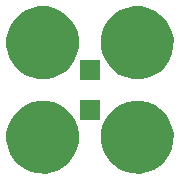
<source format=gts>
%TF.GenerationSoftware,KiCad,Pcbnew,4.0.4+e1-6308~48~ubuntu16.04.1-stable*%
%TF.CreationDate,2016-12-19T13:15:06-08:00*%
%TF.ProjectId,2x2-LED-SMT,3278322D4C45442D534D542E6B696361,1.0*%
%TF.FileFunction,Soldermask,Top*%
%FSLAX46Y46*%
G04 Gerber Fmt 4.6, Leading zero omitted, Abs format (unit mm)*
G04 Created by KiCad (PCBNEW 4.0.4+e1-6308~48~ubuntu16.04.1-stable) date Mon Dec 19 13:15:06 2016*
%MOMM*%
%LPD*%
G01*
G04 APERTURE LIST*
%ADD10C,0.350000*%
G04 APERTURE END LIST*
D10*
G36*
X153613110Y-105255847D02*
X154204055Y-105377151D01*
X154760198Y-105610932D01*
X155260334Y-105948278D01*
X155685421Y-106376343D01*
X156019266Y-106878821D01*
X156249156Y-107436576D01*
X156366264Y-108028014D01*
X156366264Y-108028024D01*
X156366331Y-108028363D01*
X156356710Y-108717416D01*
X156356633Y-108717754D01*
X156356633Y-108717762D01*
X156223057Y-109305701D01*
X155977685Y-109856816D01*
X155629937Y-110349778D01*
X155193062Y-110765809D01*
X154683700Y-111089061D01*
X154121254Y-111307219D01*
X153527147Y-111411976D01*
X152924003Y-111399342D01*
X152334800Y-111269797D01*
X151781982Y-111028277D01*
X151286607Y-110683982D01*
X150867537Y-110250023D01*
X150540738Y-109742930D01*
X150318656Y-109182014D01*
X150209755Y-108588658D01*
X150218177Y-107985441D01*
X150343606Y-107395347D01*
X150581259Y-106840858D01*
X150922091Y-106343088D01*
X151353112Y-105921000D01*
X151857913Y-105590668D01*
X152417259Y-105364677D01*
X153009845Y-105251636D01*
X153613110Y-105255847D01*
X153613110Y-105255847D01*
G37*
G36*
X161613110Y-105255847D02*
X162204055Y-105377151D01*
X162760198Y-105610932D01*
X163260334Y-105948278D01*
X163685421Y-106376343D01*
X164019266Y-106878821D01*
X164249156Y-107436576D01*
X164366264Y-108028014D01*
X164366264Y-108028024D01*
X164366331Y-108028363D01*
X164356710Y-108717416D01*
X164356633Y-108717754D01*
X164356633Y-108717762D01*
X164223057Y-109305701D01*
X163977685Y-109856816D01*
X163629937Y-110349778D01*
X163193062Y-110765809D01*
X162683700Y-111089061D01*
X162121254Y-111307219D01*
X161527147Y-111411976D01*
X160924003Y-111399342D01*
X160334800Y-111269797D01*
X159781982Y-111028277D01*
X159286607Y-110683982D01*
X158867537Y-110250023D01*
X158540738Y-109742930D01*
X158318656Y-109182014D01*
X158209755Y-108588658D01*
X158218177Y-107985441D01*
X158343606Y-107395347D01*
X158581259Y-106840858D01*
X158922091Y-106343088D01*
X159353112Y-105921000D01*
X159857913Y-105590668D01*
X160417259Y-105364677D01*
X161009845Y-105251636D01*
X161613110Y-105255847D01*
X161613110Y-105255847D01*
G37*
G36*
X158166200Y-106866200D02*
X156413800Y-106866200D01*
X156413800Y-105213800D01*
X158166200Y-105213800D01*
X158166200Y-106866200D01*
X158166200Y-106866200D01*
G37*
G36*
X158166200Y-103446200D02*
X156413800Y-103446200D01*
X156413800Y-101793800D01*
X158166200Y-101793800D01*
X158166200Y-103446200D01*
X158166200Y-103446200D01*
G37*
G36*
X153613110Y-97255847D02*
X154204055Y-97377151D01*
X154760198Y-97610932D01*
X155260334Y-97948278D01*
X155685421Y-98376343D01*
X156019266Y-98878821D01*
X156249156Y-99436576D01*
X156366264Y-100028014D01*
X156366264Y-100028024D01*
X156366331Y-100028363D01*
X156356710Y-100717416D01*
X156356633Y-100717754D01*
X156356633Y-100717762D01*
X156223057Y-101305701D01*
X155977685Y-101856816D01*
X155629937Y-102349778D01*
X155193062Y-102765809D01*
X154683700Y-103089061D01*
X154121254Y-103307219D01*
X153527147Y-103411976D01*
X152924003Y-103399342D01*
X152334800Y-103269797D01*
X151781982Y-103028277D01*
X151286607Y-102683982D01*
X150867537Y-102250023D01*
X150540738Y-101742930D01*
X150318656Y-101182014D01*
X150209755Y-100588658D01*
X150218177Y-99985441D01*
X150343606Y-99395347D01*
X150581259Y-98840858D01*
X150922091Y-98343088D01*
X151353112Y-97921000D01*
X151857913Y-97590668D01*
X152417259Y-97364677D01*
X153009845Y-97251636D01*
X153613110Y-97255847D01*
X153613110Y-97255847D01*
G37*
G36*
X161613110Y-97255847D02*
X162204055Y-97377151D01*
X162760198Y-97610932D01*
X163260334Y-97948278D01*
X163685421Y-98376343D01*
X164019266Y-98878821D01*
X164249156Y-99436576D01*
X164366264Y-100028014D01*
X164366264Y-100028024D01*
X164366331Y-100028363D01*
X164356710Y-100717416D01*
X164356633Y-100717754D01*
X164356633Y-100717762D01*
X164223057Y-101305701D01*
X163977685Y-101856816D01*
X163629937Y-102349778D01*
X163193062Y-102765809D01*
X162683700Y-103089061D01*
X162121254Y-103307219D01*
X161527147Y-103411976D01*
X160924003Y-103399342D01*
X160334800Y-103269797D01*
X159781982Y-103028277D01*
X159286607Y-102683982D01*
X158867537Y-102250023D01*
X158540738Y-101742930D01*
X158318656Y-101182014D01*
X158209755Y-100588658D01*
X158218177Y-99985441D01*
X158343606Y-99395347D01*
X158581259Y-98840858D01*
X158922091Y-98343088D01*
X159353112Y-97921000D01*
X159857913Y-97590668D01*
X160417259Y-97364677D01*
X161009845Y-97251636D01*
X161613110Y-97255847D01*
X161613110Y-97255847D01*
G37*
M02*

</source>
